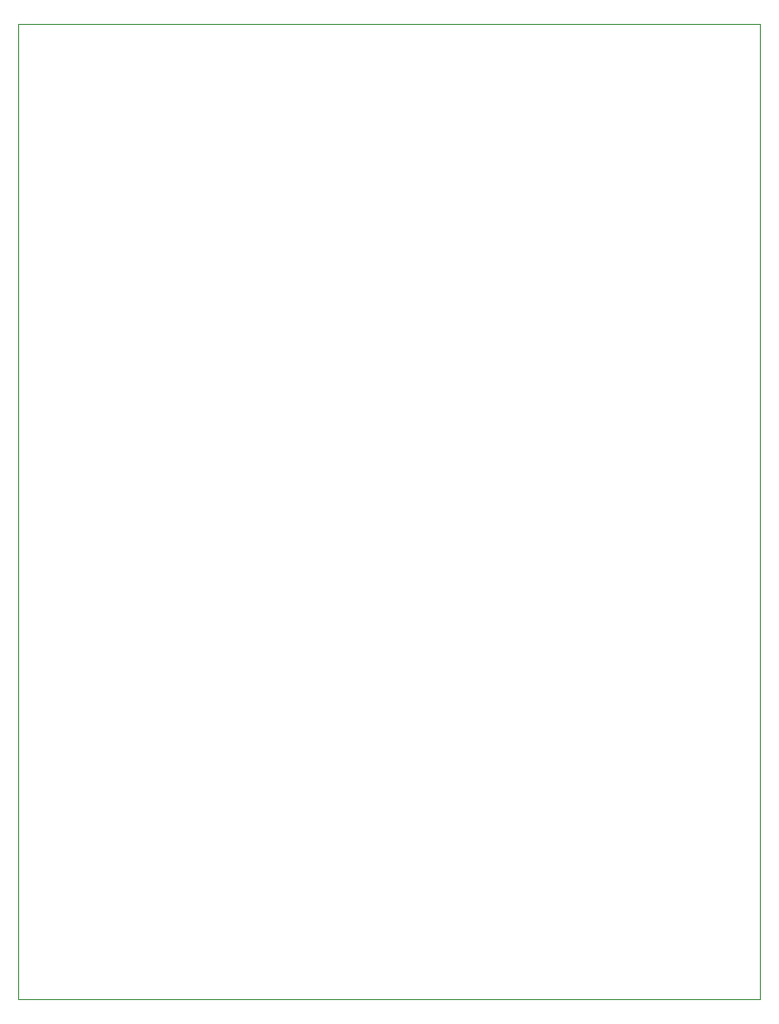
<source format=gbr>
%TF.GenerationSoftware,KiCad,Pcbnew,(6.0.2)*%
%TF.CreationDate,2022-09-11T13:52:49-05:00*%
%TF.ProjectId,IF-GBP-02,49462d47-4250-42d3-9032-2e6b69636164,rev?*%
%TF.SameCoordinates,Original*%
%TF.FileFunction,Profile,NP*%
%FSLAX46Y46*%
G04 Gerber Fmt 4.6, Leading zero omitted, Abs format (unit mm)*
G04 Created by KiCad (PCBNEW (6.0.2)) date 2022-09-11 13:52:49*
%MOMM*%
%LPD*%
G01*
G04 APERTURE LIST*
%TA.AperFunction,Profile*%
%ADD10C,0.002000*%
%TD*%
G04 APERTURE END LIST*
D10*
X181131600Y-144466600D02*
X115431600Y-144466600D01*
X115431600Y-144466600D02*
X115431600Y-58166600D01*
X181131600Y-58166600D02*
X181131600Y-144466600D01*
X115431600Y-58166600D02*
X181131600Y-58166600D01*
M02*

</source>
